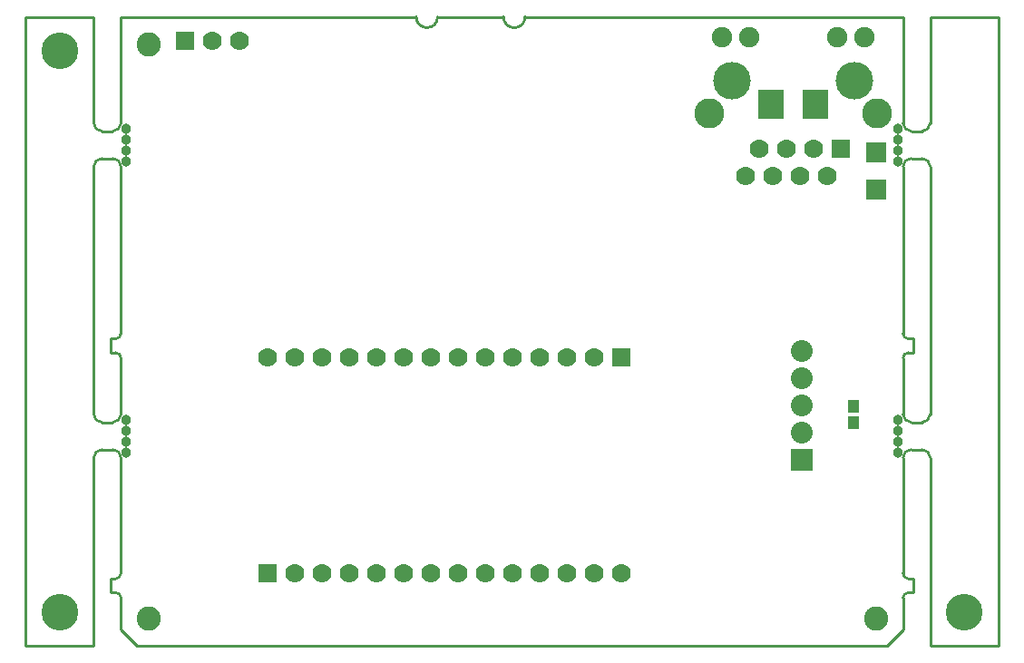
<source format=gbs>
*
*
G04 PADS 9.4.1 Build Number: 494907 generated Gerber (RS-274-X) file*
G04 PC Version=2.1*
*
%IN "P9771A_EasyEDA_Edit.pcb"*%
*
%MOIN*%
*
%FSDAX24Y24*%
*
*
*
*
G04 PC Standard Apertures*
*
*
G04 Thermal Relief Aperture macro.*
%AMTER*
1,1,$1,0,0*
1,0,$1-$2,0,0*
21,0,$3,$4,0,0,45*
21,0,$3,$4,0,0,135*
%
*
*
G04 Annular Aperture macro.*
%AMANN*
1,1,$1,0,0*
1,0,$2,0,0*
%
*
*
G04 Odd Aperture macro.*
%AMODD*
1,1,$1,0,0*
1,0,$1-0.005,0,0*
%
*
*
G04 PC Custom Aperture Macros*
*
*
*
*
*
*
G04 PC Aperture Table*
*
%ADD031C,0.01*%
%ADD038C,0.038*%
%ADD040R,0.07X0.07*%
%ADD041C,0.07*%
%ADD046C,0.11*%
%ADD051C,0.001*%
%ADD055C,0.075*%
%ADD189C,0.08*%
%ADD206C,0.135*%
%ADD207C,0.138*%
%ADD213R,0.04X0.048*%
%ADD215R,0.08X0.08*%
%ADD222C,0.08874*%
%ADD314R,0.074X0.074*%
%ADD397R,0.095X0.108*%
*
*
*
*
G04 PC Circuitry*
G04 Layer Name P9771A_EasyEDA_Edit.pcb - circuitry*
%LPD*%
*
*
G04 PC Custom Flashes*
G04 Layer Name P9771A_EasyEDA_Edit.pcb - flashes*
%LPD*%
*
*
G04 PC Circuitry*
G04 Layer Name P9771A_EasyEDA_Edit.pcb - circuitry*
%LPD*%
*
G54D31*
G01X006893Y010000D02*
X009393Y010000D01*
X009393Y010000D02*
X009393Y016915D01*
X009693Y017215D02*
G75*
G03X009393Y016915I000000J-000300D01*
G01X009693Y017215D02*
X010093Y017215D01*
X010393Y016915D02*
G03X010093Y017215I-000299J000000D01*
G01X010393Y016915D02*
X010393Y012666D01*
X010393Y012666D02*
X010393Y012666D01*
X010196Y012469D02*
G03X010393Y012666I000000J000197D01*
G01X010196Y012469D02*
X010000Y012469D01*
X010000Y011957*
X010000Y011957D02*
X010197Y011957D01*
X010394Y011761D02*
G03X010197Y011957I-000196J-000000D01*
G01X010394Y011761D02*
X010396Y010589D01*
X010986Y010000*
X010986Y010000D02*
X038543Y010000D01*
X039133Y010590*
X039133Y010590D02*
X039133Y011760D01*
X039330Y011957D02*
G03X039133Y011760I000000J-000196D01*
G01X039330Y011957D02*
X039527Y011957D01*
X039527Y011957D02*
X039527Y012469D01*
X039527Y012469D02*
X039330Y012469D01*
X039133Y012666D02*
G03X039330Y012469I000197J000000D01*
G01X039133Y012666D02*
X039133Y016915D01*
X039433Y017215D02*
G03X039133Y016915I000000J-000300D01*
G01X039433Y017215D02*
X039833Y017215D01*
X040133Y016915D02*
G03X039833Y017215I-000299J-000000D01*
G01X040133Y016915D02*
X040133Y010000D01*
X040133Y010000D02*
X042633Y010000D01*
X042633Y010000D02*
X042633Y033115D01*
X042633Y033115D02*
X040133Y033115D01*
X040133Y033115D02*
X040133Y029215D01*
X039833Y028915D02*
G03X040133Y029215I000000J000300D01*
G01X039833Y028915D02*
X039433Y028915D01*
X039133Y029215D02*
G03X039433Y028915I000300J000000D01*
G01X039133Y029215D02*
X039133Y033115D01*
X039133Y033115D02*
X025242Y033115D01*
X024454Y033115D02*
G03X025242Y033115I000394J000000D01*
G01X024454Y033115D02*
X022033Y033115D01*
X021246Y033115D02*
G03X022033Y033115I000393J000000D01*
G01X021246Y033115D02*
X010393Y033115D01*
X010393Y033115D02*
X010393Y029215D01*
X010093Y028915D02*
G03X010393Y029215I000000J000300D01*
G01X010093Y028915D02*
X009693Y028915D01*
X009393Y029215D02*
G03X009693Y028915I000300J000000D01*
G01X009393Y029215D02*
X009393Y033115D01*
X009393Y033115D02*
X006893Y033115D01*
X006893Y033115D02*
X006893Y010000D01*
X009693Y027915D02*
G03X009393Y027615I000000J-000300D01*
G01X009393Y027615D02*
X009393Y018515D01*
X009393Y018515D02*
G03X009693Y018215I000300J000000D01*
G01X009693Y018215D02*
X010093Y018215D01*
X010093Y018215D02*
G03X010393Y018515I000000J000300D01*
G01X010393Y018515D02*
X010393Y020579D01*
X010393Y020579D02*
G03X010196Y020776I-000196J000000D01*
G01X010196Y020776D02*
X010000Y020776D01*
X010000Y021288*
X010196Y021288*
X010196Y021288D02*
G03X010393Y021485I000000J000197D01*
G01X010393Y021485D02*
X010393Y021485D01*
X010393Y021485D02*
X010393Y027615D01*
X010393Y027615D02*
G03X010093Y027915I-000299J000000D01*
G01X010093Y027915D02*
X009693Y027915D01*
X040133Y027615D02*
G03X039833Y027915I-000299J-000000D01*
G01X040133Y027615D02*
X040133Y018515D01*
X039833Y018215D02*
G03X040133Y018515I000000J000300D01*
G01X039833Y018215D02*
X039433Y018215D01*
X039133Y018515D02*
G03X039433Y018215I000300J000000D01*
G01X039133Y018515D02*
X039133Y020579D01*
X039330Y020776D02*
G03X039133Y020579I000000J-000196D01*
G01X039330Y020776D02*
X039527Y020776D01*
X039527Y020776D02*
X039527Y021288D01*
X039527Y021288D02*
X039330Y021288D01*
X039133Y021485D02*
G03X039330Y021288I000197J000000D01*
G01X039133Y021485D02*
X039133Y027615D01*
X039433Y027915D02*
G03X039133Y027615I000000J-000300D01*
G01X039433Y027915D02*
X039833Y027915D01*
G54D38*
X010593Y017515D03*
X010593Y017915D03*
X010593Y018315D03*
X010593Y017115D03*
X010593Y028215D03*
X010593Y028615D03*
X010593Y029015D03*
X010593Y027815D03*
X038943Y017515D03*
X038943Y017915D03*
X038943Y018315D03*
X038943Y017115D03*
X038943Y028215D03*
X038943Y028615D03*
X038943Y029015D03*
X038943Y027815D03*
G54D40*
X028777Y020610D03*
X015777Y012660D03*
X012750Y032250D03*
X036854Y028278D03*
G54D41*
X027777Y020610D03*
X026777Y020610D03*
X025777Y020610D03*
X024777Y020610D03*
X023777Y020610D03*
X022777Y020610D03*
X021777Y020610D03*
X020777Y020610D03*
X019777Y020610D03*
X018777Y020610D03*
X017777Y020610D03*
X016777Y020610D03*
X015777Y020610D03*
X016777Y012660D03*
X017777Y012660D03*
X018777Y012660D03*
X019777Y012660D03*
X020777Y012660D03*
X021777Y012660D03*
X022777Y012660D03*
X023777Y012660D03*
X024777Y012660D03*
X025777Y012660D03*
X026777Y012660D03*
X027777Y012660D03*
X028777Y012660D03*
X013750Y032250D03*
X014750Y032250D03*
X036350Y027278D03*
X035854Y028278D03*
X035350Y027278D03*
X034854Y028278D03*
X034350Y027278D03*
X033854Y028278D03*
X033350Y027278D03*
G54D46*
X038181Y029577D03*
X032023Y029577D03*
G54D51*
G54D55*
X037712Y032376D03*
X036712Y032376D03*
X033492Y032376D03*
X032492Y032376D03*
G54D189*
X035397Y017830D03*
X035397Y018830D03*
X035397Y019830D03*
X035397Y020830D03*
G54D206*
X041383Y011250D03*
X008143Y011250D03*
X008143Y031865D03*
G54D207*
X037354Y030778D03*
X032850Y030778D03*
G54D213*
X037300Y018810D03*
X037300Y018190D03*
G54D215*
X035397Y016830D03*
G54D222*
X011400Y032100D03*
X011400Y011000D03*
X038150Y011000D03*
G54D314*
X038150Y026775D03*
X038150Y028125D03*
G54D397*
X035925Y029900D03*
X034275Y029900D03*
G74*
X000000Y000000D02*
M02*

</source>
